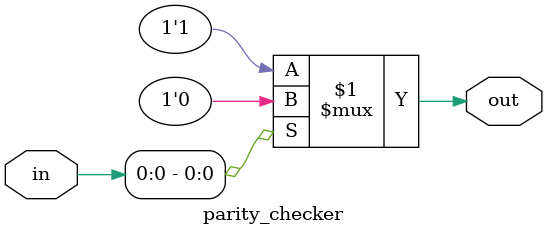
<source format=v>
module parity_checker(
	input [2:0]in,
	output out
);

assign out = in[0]?1'b0:1'b1;

endmodule 
</source>
